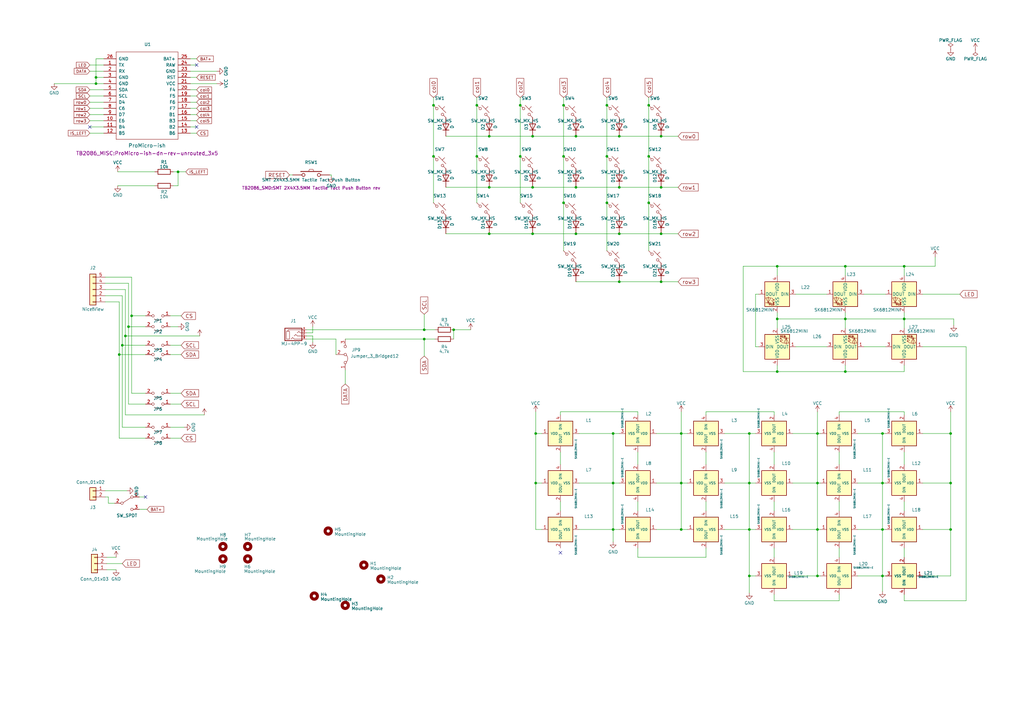
<source format=kicad_sch>
(kicad_sch (version 20230121) (generator eeschema)
  (paper "A3")
  (title_block (title "uniCorne Cherry") (date "2023-07-20") (rev "0.9") (company "Thunderbird2086"))
  (junction (at 218.44 55.88))
  (junction (at 236.22 76.835))
  (junction (at 50.165 141.605))
  (junction (at 361.95 236.22))
  (junction (at 266.065 83.185))
  (junction (at 177.8 64.135))
  (junction (at 361.95 177.8))
  (junction (at 251.46 198.12))
  (junction (at 266.065 64.135))
  (junction (at 254 115.57))
  (junction (at 318.77 152.4))
  (junction (at 195.58 43.18))
  (junction (at 248.92 83.185))
  (junction (at 389.89 217.17))
  (junction (at 389.89 198.12))
  (junction (at 370.84 130.81))
  (junction (at 200.66 76.835))
  (junction (at 318.77 109.22))
  (junction (at 389.89 177.8))
  (junction (at 219.71 177.8))
  (junction (at 251.46 217.17))
  (junction (at 236.22 95.885))
  (junction (at 251.46 177.8))
  (junction (at 335.28 198.12))
  (junction (at 335.28 217.17))
  (junction (at 48.895 145.415))
  (junction (at 318.77 130.81))
  (junction (at 271.145 76.835))
  (junction (at 173.99 135.255))
  (junction (at 307.34 177.8))
  (junction (at 213.36 64.135))
  (junction (at 195.58 64.135))
  (junction (at 218.44 76.835))
  (junction (at 177.8 43.18))
  (junction (at 200.66 95.885))
  (junction (at 200.66 55.88))
  (junction (at 361.95 217.17))
  (junction (at 307.34 198.12))
  (junction (at 186.055 135.255))
  (junction (at 370.84 109.22))
  (junction (at 307.34 236.22))
  (junction (at 231.14 64.135))
  (junction (at 236.22 55.88))
  (junction (at 51.435 137.795))
  (junction (at 346.71 152.4))
  (junction (at 52.705 133.985))
  (junction (at 173.99 139.065))
  (junction (at 254 76.835))
  (junction (at 279.4 198.12))
  (junction (at 231.14 43.18))
  (junction (at 335.28 177.8))
  (junction (at 346.71 109.22))
  (junction (at 231.14 83.185))
  (junction (at 213.36 43.18))
  (junction (at 361.95 198.12))
  (junction (at 39.37 31.75))
  (junction (at 53.975 129.54))
  (junction (at 73.025 70.485))
  (junction (at 346.71 130.81))
  (junction (at 248.92 43.18))
  (junction (at 271.145 115.57))
  (junction (at 307.34 217.17))
  (junction (at 254 55.88))
  (junction (at 335.28 236.22))
  (junction (at 254 95.885))
  (junction (at 218.44 95.885))
  (junction (at 266.065 43.18))
  (junction (at 279.4 177.8))
  (junction (at 39.37 34.29))
  (junction (at 248.92 64.135))
  (junction (at 279.4 217.17))
  (junction (at 219.71 198.12))
  (junction (at 271.145 95.885))
  (junction (at 271.145 55.88))
  (no_connect (at 36.83 52.07))
  (no_connect (at 80.645 26.67))
  (no_connect (at 59.69 203.835))
  (no_connect (at 229.87 226.695))
  (no_connect (at 80.645 52.07))
  (wire (pts (xy 248.92 83.185) (xy 248.92 102.87)))
  (wire (pts (xy 36.83 54.61) (xy 42.545 54.61)))
  (wire (pts (xy 200.66 55.88) (xy 218.44 55.88)))
  (wire (pts (xy 195.58 64.135) (xy 195.58 83.185)))
  (wire (pts (xy 269.24 198.12) (xy 279.4 198.12)))
  (wire (pts (xy 344.17 168.91) (xy 370.84 168.91)))
  (wire (pts (xy 281.94 217.17) (xy 279.4 217.17)))
  (wire (pts (xy 36.83 44.45) (xy 42.545 44.45)))
  (wire (pts (xy 141.605 151.765) (xy 141.605 157.48)))
  (wire (pts (xy 135.89 71.755) (xy 135.255 71.755)))
  (wire (pts (xy 279.4 177.8) (xy 279.4 198.12)))
  (wire (pts (xy 326.39 120.65) (xy 339.09 120.65)))
  (wire (pts (xy 51.435 137.795) (xy 51.435 170.18)))
  (wire (pts (xy 135.89 72.39) (xy 135.89 71.755)))
  (wire (pts (xy 318.77 152.4) (xy 346.71 152.4)))
  (wire (pts (xy 261.62 228.6) (xy 289.56 228.6)))
  (wire (pts (xy 279.4 168.91) (xy 279.4 177.8)))
  (wire (pts (xy 271.145 115.57) (xy 278.13 115.57)))
  (wire (pts (xy 78.105 34.29) (xy 88.9 34.29)))
  (wire (pts (xy 53.975 129.54) (xy 59.69 129.54)))
  (wire (pts (xy 59.69 141.605) (xy 50.165 141.605)))
  (wire (pts (xy 69.85 179.705) (xy 74.295 179.705)))
  (wire (pts (xy 269.24 217.17) (xy 279.4 217.17)))
  (wire (pts (xy 248.92 43.18) (xy 248.92 64.135)))
  (wire (pts (xy 51.435 118.745) (xy 43.18 118.745)))
  (wire (pts (xy 304.8 109.22) (xy 304.8 152.4)))
  (wire (pts (xy 74.295 145.415) (xy 69.85 145.415)))
  (wire (pts (xy 59.69 145.415) (xy 48.895 145.415)))
  (wire (pts (xy 177.8 64.135) (xy 177.8 83.185)))
  (wire (pts (xy 391.16 130.81) (xy 370.84 130.81)))
  (wire (pts (xy 36.83 29.21) (xy 42.545 29.21)))
  (wire (pts (xy 231.14 64.135) (xy 231.14 83.185)))
  (wire (pts (xy 261.62 168.91) (xy 261.62 170.18)))
  (wire (pts (xy 346.71 130.81) (xy 370.84 130.81)))
  (wire (pts (xy 317.5 205.74) (xy 317.5 209.55)))
  (wire (pts (xy 361.95 236.22) (xy 363.22 236.22)))
  (wire (pts (xy 361.95 198.12) (xy 361.95 217.17)))
  (wire (pts (xy 125.73 135.255) (xy 173.99 135.255)))
  (wire (pts (xy 53.975 129.54) (xy 53.975 113.665)))
  (wire (pts (xy 370.84 243.84) (xy 370.84 246.38)))
  (wire (pts (xy 251.46 198.12) (xy 254 198.12)))
  (wire (pts (xy 318.77 130.81) (xy 318.77 128.27)))
  (wire (pts (xy 297.18 177.8) (xy 307.34 177.8)))
  (wire (pts (xy 51.435 118.745) (xy 51.435 137.795)))
  (wire (pts (xy 78.105 41.91) (xy 80.645 41.91)))
  (wire (pts (xy 48.895 179.705) (xy 59.69 179.705)))
  (wire (pts (xy 78.105 29.21) (xy 88.9 29.21)))
  (wire (pts (xy 351.79 177.8) (xy 361.95 177.8)))
  (wire (pts (xy 39.37 31.75) (xy 39.37 34.29)))
  (wire (pts (xy 289.56 185.42) (xy 289.56 190.5)))
  (wire (pts (xy 307.34 236.22) (xy 307.34 243.205)))
  (wire (pts (xy 378.46 120.65) (xy 393.7 120.65)))
  (wire (pts (xy 218.44 76.835) (xy 236.22 76.835)))
  (wire (pts (xy 279.4 177.8) (xy 281.94 177.8)))
  (wire (pts (xy 177.8 40.005) (xy 177.8 43.18)))
  (wire (pts (xy 36.83 41.91) (xy 42.545 41.91)))
  (wire (pts (xy 378.46 177.8) (xy 389.89 177.8)))
  (wire (pts (xy 78.105 39.37) (xy 80.645 39.37)))
  (wire (pts (xy 48.895 145.415) (xy 48.895 179.705)))
  (wire (pts (xy 251.46 177.8) (xy 254 177.8)))
  (wire (pts (xy 318.77 152.4) (xy 318.77 149.86)))
  (wire (pts (xy 52.705 165.735) (xy 59.69 165.735)))
  (wire (pts (xy 52.705 116.205) (xy 43.18 116.205)))
  (wire (pts (xy 42.545 26.67) (xy 36.83 26.67)))
  (wire (pts (xy 336.55 217.17) (xy 335.28 217.17)))
  (wire (pts (xy 389.89 198.12) (xy 389.89 217.17)))
  (wire (pts (xy 43.18 201.295) (xy 52.07 201.295)))
  (wire (pts (xy 317.5 224.79) (xy 317.5 228.6)))
  (wire (pts (xy 279.4 198.12) (xy 281.94 198.12)))
  (wire (pts (xy 42.545 52.07) (xy 36.83 52.07)))
  (wire (pts (xy 236.22 115.57) (xy 254 115.57)))
  (wire (pts (xy 42.545 39.37) (xy 36.83 39.37)))
  (wire (pts (xy 53.975 161.29) (xy 53.975 129.54)))
  (wire (pts (xy 118.745 71.755) (xy 120.015 71.755)))
  (wire (pts (xy 278.13 55.88) (xy 271.145 55.88)))
  (wire (pts (xy 213.36 43.18) (xy 213.36 64.135)))
  (wire (pts (xy 52.705 133.985) (xy 59.69 133.985)))
  (wire (pts (xy 50.165 175.26) (xy 59.69 175.26)))
  (wire (pts (xy 318.77 109.22) (xy 318.77 113.03)))
  (wire (pts (xy 229.87 168.91) (xy 229.87 170.18)))
  (wire (pts (xy 237.49 217.17) (xy 251.46 217.17)))
  (wire (pts (xy 335.28 217.17) (xy 335.28 236.22)))
  (wire (pts (xy 309.88 120.65) (xy 311.15 120.65)))
  (wire (pts (xy 182.88 76.835) (xy 200.66 76.835)))
  (wire (pts (xy 307.34 198.12) (xy 309.88 198.12)))
  (wire (pts (xy 335.28 198.12) (xy 336.55 198.12)))
  (wire (pts (xy 354.33 142.24) (xy 363.22 142.24)))
  (wire (pts (xy 39.37 24.13) (xy 39.37 31.75)))
  (wire (pts (xy 278.13 95.885) (xy 271.145 95.885)))
  (wire (pts (xy 370.84 190.5) (xy 370.84 185.42)))
  (wire (pts (xy 391.16 130.81) (xy 391.16 133.35)))
  (wire (pts (xy 251.46 217.17) (xy 254 217.17)))
  (wire (pts (xy 278.13 76.835) (xy 271.145 76.835)))
  (wire (pts (xy 231.14 40.005) (xy 231.14 43.18)))
  (wire (pts (xy 336.55 236.22) (xy 335.28 236.22)))
  (wire (pts (xy 53.975 161.29) (xy 59.69 161.29)))
  (wire (pts (xy 307.34 177.8) (xy 309.88 177.8)))
  (wire (pts (xy 73.025 70.485) (xy 76.2 70.485)))
  (wire (pts (xy 361.95 236.22) (xy 361.95 242.57)))
  (wire (pts (xy 186.055 139.065) (xy 186.055 135.255)))
  (wire (pts (xy 213.36 40.005) (xy 213.36 43.18)))
  (wire (pts (xy 182.88 55.88) (xy 200.66 55.88)))
  (wire (pts (xy 354.33 120.65) (xy 363.22 120.65)))
  (wire (pts (xy 219.71 168.91) (xy 219.71 177.8)))
  (wire (pts (xy 304.8 152.4) (xy 318.77 152.4)))
  (wire (pts (xy 173.99 139.065) (xy 178.435 139.065)))
  (wire (pts (xy 370.84 109.22) (xy 383.54 109.22)))
  (wire (pts (xy 39.37 34.29) (xy 42.545 34.29)))
  (wire (pts (xy 78.105 36.83) (xy 80.645 36.83)))
  (wire (pts (xy 43.815 228.6) (xy 47.625 228.6)))
  (wire (pts (xy 36.83 36.83) (xy 42.545 36.83)))
  (wire (pts (xy 344.17 168.91) (xy 344.17 170.18)))
  (wire (pts (xy 182.88 95.885) (xy 200.66 95.885)))
  (wire (pts (xy 261.62 228.6) (xy 261.62 224.79)))
  (wire (pts (xy 36.83 49.53) (xy 42.545 49.53)))
  (wire (pts (xy 325.12 217.17) (xy 335.28 217.17)))
  (wire (pts (xy 141.605 139.065) (xy 173.99 139.065)))
  (wire (pts (xy 69.85 175.26) (xy 75.565 175.26)))
  (wire (pts (xy 195.58 40.005) (xy 195.58 43.18)))
  (wire (pts (xy 261.62 190.5) (xy 261.62 185.42)))
  (wire (pts (xy 370.84 130.81) (xy 370.84 134.62)))
  (wire (pts (xy 173.99 128.905) (xy 173.99 135.255)))
  (wire (pts (xy 261.62 205.74) (xy 261.62 209.55)))
  (wire (pts (xy 289.56 228.6) (xy 289.56 224.79)))
  (wire (pts (xy 346.71 130.81) (xy 346.71 134.62)))
  (wire (pts (xy 231.14 83.185) (xy 231.14 102.87)))
  (wire (pts (xy 251.46 177.8) (xy 251.46 198.12)))
  (wire (pts (xy 74.295 161.29) (xy 69.85 161.29)))
  (wire (pts (xy 125.73 139.065) (xy 137.795 139.065)))
  (wire (pts (xy 346.71 152.4) (xy 346.71 149.86)))
  (wire (pts (xy 173.99 139.065) (xy 173.99 146.05)))
  (wire (pts (xy 137.795 139.065) (xy 137.795 145.415)))
  (wire (pts (xy 351.79 236.22) (xy 361.95 236.22)))
  (wire (pts (xy 231.14 43.18) (xy 231.14 64.135)))
  (wire (pts (xy 51.435 170.18) (xy 83.82 170.18)))
  (wire (pts (xy 318.77 109.22) (xy 346.71 109.22)))
  (wire (pts (xy 304.8 109.22) (xy 318.77 109.22)))
  (wire (pts (xy 42.545 24.13) (xy 39.37 24.13)))
  (wire (pts (xy 317.5 168.91) (xy 317.5 170.18)))
  (wire (pts (xy 289.56 168.91) (xy 289.56 170.18)))
  (wire (pts (xy 361.95 198.12) (xy 363.22 198.12)))
  (wire (pts (xy 309.88 142.24) (xy 311.15 142.24)))
  (wire (pts (xy 44.45 206.375) (xy 44.45 203.835)))
  (wire (pts (xy 53.975 113.665) (xy 43.18 113.665)))
  (wire (pts (xy 318.77 130.81) (xy 346.71 130.81)))
  (wire (pts (xy 370.84 149.86) (xy 370.84 152.4)))
  (wire (pts (xy 48.26 76.2) (xy 63.5 76.2)))
  (wire (pts (xy 346.71 109.22) (xy 346.71 113.03)))
  (wire (pts (xy 44.45 206.375) (xy 46.99 206.375)))
  (wire (pts (xy 269.24 177.8) (xy 279.4 177.8)))
  (wire (pts (xy 248.92 64.135) (xy 248.92 83.185)))
  (wire (pts (xy 326.39 142.24) (xy 339.09 142.24)))
  (wire (pts (xy 200.66 95.885) (xy 218.44 95.885)))
  (wire (pts (xy 346.71 130.81) (xy 346.71 128.27)))
  (wire (pts (xy 251.46 217.17) (xy 251.46 222.25)))
  (wire (pts (xy 297.18 198.12) (xy 307.34 198.12)))
  (wire (pts (xy 297.18 217.17) (xy 307.34 217.17)))
  (wire (pts (xy 370.84 152.4) (xy 346.71 152.4)))
  (wire (pts (xy 219.71 177.8) (xy 222.25 177.8)))
  (wire (pts (xy 335.28 198.12) (xy 335.28 217.17)))
  (wire (pts (xy 173.99 135.255) (xy 178.435 135.255)))
  (wire (pts (xy 396.24 246.38) (xy 370.84 246.38)))
  (wire (pts (xy 307.34 177.8) (xy 307.34 198.12)))
  (wire (pts (xy 74.295 141.605) (xy 69.85 141.605)))
  (wire (pts (xy 378.46 217.17) (xy 389.89 217.17)))
  (wire (pts (xy 370.84 128.27) (xy 370.84 130.81)))
  (wire (pts (xy 59.69 203.835) (xy 57.15 203.835)))
  (wire (pts (xy 271.145 95.885) (xy 254 95.885)))
  (wire (pts (xy 229.87 168.91) (xy 261.62 168.91)))
  (wire (pts (xy 44.45 203.835) (xy 43.18 203.835)))
  (wire (pts (xy 50.165 141.605) (xy 50.165 175.26)))
  (wire (pts (xy 383.54 105.41) (xy 383.54 109.22)))
  (wire (pts (xy 193.04 135.255) (xy 186.055 135.255)))
  (wire (pts (xy 69.85 129.54) (xy 74.295 129.54)))
  (wire (pts (xy 200.66 76.835) (xy 218.44 76.835)))
  (wire (pts (xy 318.77 130.81) (xy 318.77 134.62)))
  (wire (pts (xy 271.145 76.835) (xy 254 76.835)))
  (wire (pts (xy 78.105 31.75) (xy 80.645 31.75)))
  (wire (pts (xy 236.22 76.835) (xy 254 76.835)))
  (wire (pts (xy 43.18 123.825) (xy 48.895 123.825)))
  (wire (pts (xy 325.12 177.8) (xy 335.28 177.8)))
  (wire (pts (xy 236.22 95.885) (xy 254 95.885)))
  (wire (pts (xy 289.56 168.91) (xy 317.5 168.91)))
  (wire (pts (xy 325.12 198.12) (xy 335.28 198.12)))
  (wire (pts (xy 236.22 55.88) (xy 254 55.88)))
  (wire (pts (xy 219.71 177.8) (xy 219.71 198.12)))
  (wire (pts (xy 78.105 46.99) (xy 80.645 46.99)))
  (wire (pts (xy 370.84 109.22) (xy 370.84 113.03)))
  (wire (pts (xy 271.145 55.88) (xy 254 55.88)))
  (wire (pts (xy 74.295 165.735) (xy 69.85 165.735)))
  (wire (pts (xy 389.89 168.91) (xy 389.89 177.8)))
  (wire (pts (xy 51.435 137.795) (xy 81.915 137.795)))
  (wire (pts (xy 69.85 133.985) (xy 73.025 133.985)))
  (wire (pts (xy 335.28 177.8) (xy 336.55 177.8)))
  (wire (pts (xy 266.065 40.005) (xy 266.065 43.18)))
  (wire (pts (xy 309.88 120.65) (xy 309.88 142.24)))
  (wire (pts (xy 370.84 205.74) (xy 370.84 209.55)))
  (wire (pts (xy 325.12 236.22) (xy 335.28 236.22)))
  (wire (pts (xy 237.49 198.12) (xy 251.46 198.12)))
  (wire (pts (xy 266.065 83.185) (xy 266.065 102.87)))
  (wire (pts (xy 222.25 217.17) (xy 219.71 217.17)))
  (wire (pts (xy 177.8 43.18) (xy 177.8 64.135)))
  (wire (pts (xy 248.92 40.005) (xy 248.92 43.18)))
  (wire (pts (xy 361.95 217.17) (xy 361.95 236.22)))
  (wire (pts (xy 317.5 246.38) (xy 344.17 246.38)))
  (wire (pts (xy 128.27 137.795) (xy 128.27 140.335)))
  (wire (pts (xy 254 115.57) (xy 271.145 115.57)))
  (wire (pts (xy 351.79 217.17) (xy 361.95 217.17)))
  (wire (pts (xy 361.95 217.17) (xy 363.22 217.17)))
  (wire (pts (xy 229.87 205.74) (xy 229.87 209.55)))
  (wire (pts (xy 219.71 198.12) (xy 219.71 217.17)))
  (wire (pts (xy 307.34 236.22) (xy 309.88 236.22)))
  (wire (pts (xy 43.18 121.285) (xy 50.165 121.285)))
  (wire (pts (xy 389.89 177.8) (xy 389.89 198.12)))
  (wire (pts (xy 361.95 177.8) (xy 361.95 198.12)))
  (wire (pts (xy 43.815 233.68) (xy 47.625 233.68)))
  (wire (pts (xy 335.28 168.91) (xy 335.28 177.8)))
  (wire (pts (xy 39.37 31.75) (xy 42.545 31.75)))
  (wire (pts (xy 344.17 224.79) (xy 344.17 228.6)))
  (wire (pts (xy 36.83 46.99) (xy 42.545 46.99)))
  (wire (pts (xy 50.165 121.285) (xy 50.165 141.605)))
  (wire (pts (xy 344.17 185.42) (xy 344.17 190.5)))
  (wire (pts (xy 195.58 43.18) (xy 195.58 64.135)))
  (wire (pts (xy 219.71 198.12) (xy 222.25 198.12)))
  (wire (pts (xy 48.26 70.485) (xy 63.5 70.485)))
  (wire (pts (xy 361.95 177.8) (xy 363.22 177.8)))
  (wire (pts (xy 307.34 217.17) (xy 307.34 236.22)))
  (wire (pts (xy 370.84 224.79) (xy 370.84 228.6)))
  (wire (pts (xy 78.105 24.13) (xy 80.645 24.13)))
  (wire (pts (xy 71.12 76.2) (xy 73.025 76.2)))
  (wire (pts (xy 344.17 246.38) (xy 344.17 243.84)))
  (wire (pts (xy 266.065 43.18) (xy 266.065 64.135)))
  (wire (pts (xy 43.815 231.14) (xy 50.165 231.14)))
  (wire (pts (xy 378.46 198.12) (xy 389.89 198.12)))
  (wire (pts (xy 52.705 165.735) (xy 52.705 133.985)))
  (wire (pts (xy 317.5 190.5) (xy 317.5 185.42)))
  (wire (pts (xy 57.15 208.915) (xy 60.325 208.915)))
  (wire (pts (xy 125.73 136.525) (xy 128.27 136.525)))
  (wire (pts (xy 307.34 217.17) (xy 309.88 217.17)))
  (wire (pts (xy 128.27 136.525) (xy 128.27 133.985)))
  (wire (pts (xy 78.105 49.53) (xy 80.645 49.53)))
  (wire (pts (xy 78.105 52.07) (xy 80.645 52.07)))
  (wire (pts (xy 307.34 198.12) (xy 307.34 217.17)))
  (wire (pts (xy 378.46 236.22) (xy 389.89 236.22)))
  (wire (pts (xy 71.12 70.485) (xy 73.025 70.485)))
  (wire (pts (xy 351.79 198.12) (xy 361.95 198.12)))
  (wire (pts (xy 251.46 198.12) (xy 251.46 217.17)))
  (wire (pts (xy 229.87 185.42) (xy 229.87 190.5)))
  (wire (pts (xy 125.73 137.795) (xy 128.27 137.795)))
  (wire (pts (xy 73.025 70.485) (xy 73.025 76.2)))
  (wire (pts (xy 218.44 55.88) (xy 236.22 55.88)))
  (wire (pts (xy 279.4 198.12) (xy 279.4 217.17)))
  (wire (pts (xy 78.105 54.61) (xy 80.645 54.61)))
  (wire (pts (xy 389.89 217.17) (xy 389.89 236.22)))
  (wire (pts (xy 237.49 177.8) (xy 251.46 177.8)))
  (wire (pts (xy 78.105 44.45) (xy 80.645 44.45)))
  (wire (pts (xy 370.84 168.91) (xy 370.84 170.18)))
  (wire (pts (xy 317.5 246.38) (xy 317.5 243.84)))
  (wire (pts (xy 266.065 64.135) (xy 266.065 83.185)))
  (wire (pts (xy 396.24 142.24) (xy 378.46 142.24)))
  (wire (pts (xy 344.17 205.74) (xy 344.17 209.55)))
  (wire (pts (xy 22.225 34.29) (xy 39.37 34.29)))
  (wire (pts (xy 48.895 123.825) (xy 48.895 145.415)))
  (wire (pts (xy 52.705 133.985) (xy 52.705 116.205)))
  (wire (pts (xy 396.24 246.38) (xy 396.24 142.24)))
  (wire (pts (xy 346.71 109.22) (xy 370.84 109.22)))
  (wire (pts (xy 218.44 95.885) (xy 236.22 95.885)))
  (wire (pts (xy 78.105 26.67) (xy 80.645 26.67)))
  (wire (pts (xy 289.56 205.74) (xy 289.56 209.55)))
  (wire (pts (xy 213.36 64.135) (xy 213.36 83.185)))
  (wire (pts (xy 335.28 177.8) (xy 335.28 198.12)))
  (global_label "col5" (shape input) (at 266.065 40.005 90) (effects (font (size 1.524 1.524))) (property "Intersheetrefs" "${INTERSHEET_REFS}" (effects hide)))
  (global_label "col0" (shape input) (at 177.8 40.005 90) (effects (font (size 1.524 1.524))) (property "Intersheetrefs" "${INTERSHEET_REFS}" (effects hide)))
  (global_label "col4" (shape input) (at 248.92 40.005 90) (effects (font (size 1.524 1.524))) (property "Intersheetrefs" "${INTERSHEET_REFS}" (effects hide)))
  (global_label "RESET" (shape input) (at 118.745 71.755 180) (effects (font (size 1.524 1.524))) (property "Intersheetrefs" "${INTERSHEET_REFS}" (effects hide)))
  (global_label "CS" (shape input) (at 80.645 54.61 0) (effects (font (size 1.1938 1.1938))) (property "Intersheetrefs" "${INTERSHEET_REFS}" (effects hide)))
  (global_label "col1" (shape input) (at 195.58 40.005 90) (effects (font (size 1.524 1.524))) (property "Intersheetrefs" "${INTERSHEET_REFS}" (effects hide)))
  (global_label "SCL" (shape input) (at 36.83 39.37 180) (effects (font (size 1.1938 1.1938))) (property "Intersheetrefs" "${INTERSHEET_REFS}" (effects hide)))
  (global_label "row1" (shape input) (at 36.83 44.45 180) (effects (font (size 1.1938 1.1938))) (property "Intersheetrefs" "${INTERSHEET_REFS}" (effects hide)))
  (global_label "row1" (shape input) (at 278.13 76.835 0) (effects (font (size 1.524 1.524))) (property "Intersheetrefs" "${INTERSHEET_REFS}" (effects hide)))
  (global_label "row2" (shape input) (at 278.13 95.885 0) (effects (font (size 1.524 1.524))) (property "Intersheetrefs" "${INTERSHEET_REFS}" (effects hide)))
  (global_label "DATA" (shape input) (at 141.605 157.48 270) (effects (font (size 1.524 1.524))) (property "Intersheetrefs" "${INTERSHEET_REFS}" (effects hide)))
  (global_label "IS_LEFT" (shape input) (at 76.2 70.485 0) (effects (font (size 1.1938 1.1938))) (property "Intersheetrefs" "${INTERSHEET_REFS}" (effects hide)))
  (global_label "SCL" (shape input) (at 74.295 165.735 0) (effects (font (size 1.524 1.524))) (property "Intersheetrefs" "${INTERSHEET_REFS}" (effects hide)))
  (global_label "LED" (shape input) (at 393.7 120.65 0) (effects (font (size 1.524 1.524))) (property "Intersheetrefs" "${INTERSHEET_REFS}" (effects hide)))
  (global_label "SCL" (shape input) (at 173.99 128.905 90) (effects (font (size 1.524 1.524))) (property "Intersheetrefs" "${INTERSHEET_REFS}" (effects hide)))
  (global_label "col2" (shape input) (at 213.36 40.005 90) (effects (font (size 1.524 1.524))) (property "Intersheetrefs" "${INTERSHEET_REFS}" (effects hide)))
  (global_label "LED" (shape input) (at 36.83 26.67 180) (effects (font (size 1.1938 1.1938))) (property "Intersheetrefs" "${INTERSHEET_REFS}" (effects hide)))
  (global_label "BAT+" (shape input) (at 80.645 24.13 0) (effects (font (size 1.1938 1.1938))) (property "Intersheetrefs" "${INTERSHEET_REFS}" (effects hide)))
  (global_label "row3" (shape input) (at 278.13 115.57 0) (effects (font (size 1.524 1.524))) (property "Intersheetrefs" "${INTERSHEET_REFS}" (effects hide)))
  (global_label "LED" (shape input) (at 50.165 231.14 0) (effects (font (size 1.524 1.524))) (property "Intersheetrefs" "${INTERSHEET_REFS}" (effects hide)))
  (global_label "col4" (shape input) (at 80.645 46.99 0) (effects (font (size 1.1938 1.1938))) (property "Intersheetrefs" "${INTERSHEET_REFS}" (effects hide)))
  (global_label "col0" (shape input) (at 80.645 36.83 0) (effects (font (size 1.1938 1.1938))) (property "Intersheetrefs" "${INTERSHEET_REFS}" (effects hide)))
  (global_label "SDA" (shape input) (at 74.295 161.29 0) (effects (font (size 1.524 1.524))) (property "Intersheetrefs" "${INTERSHEET_REFS}" (effects hide)))
  (global_label "BAT+" (shape input) (at 60.325 208.915 0) (effects (font (size 1.1938 1.1938))) (property "Intersheetrefs" "${INTERSHEET_REFS}" (effects hide)))
  (global_label "IS_LEFT" (shape input) (at 36.83 54.61 180) (effects (font (size 1.1938 1.1938))) (property "Intersheetrefs" "${INTERSHEET_REFS}" (effects hide)))
  (global_label "RESET" (shape input) (at 80.645 31.75 0) (effects (font (size 1.1938 1.1938))) (property "Intersheetrefs" "${INTERSHEET_REFS}" (effects hide)))
  (global_label "row3" (shape input) (at 36.83 49.53 180) (effects (font (size 1.1938 1.1938))) (property "Intersheetrefs" "${INTERSHEET_REFS}" (effects hide)))
  (global_label "col3" (shape input) (at 231.14 40.005 90) (effects (font (size 1.524 1.524))) (property "Intersheetrefs" "${INTERSHEET_REFS}" (effects hide)))
  (global_label "col5" (shape input) (at 80.645 49.53 0) (effects (font (size 1.1938 1.1938))) (property "Intersheetrefs" "${INTERSHEET_REFS}" (effects hide)))
  (global_label "SDA" (shape input) (at 173.99 146.05 270) (effects (font (size 1.524 1.524))) (property "Intersheetrefs" "${INTERSHEET_REFS}" (effects hide)))
  (global_label "col3" (shape input) (at 80.645 44.45 0) (effects (font (size 1.1938 1.1938))) (property "Intersheetrefs" "${INTERSHEET_REFS}" (effects hide)))
  (global_label "SCL" (shape input) (at 74.295 141.605 0) (effects (font (size 1.524 1.524))) (property "Intersheetrefs" "${INTERSHEET_REFS}" (effects hide)))
  (global_label "row0" (shape input) (at 278.13 55.88 0) (effects (font (size 1.524 1.524))) (property "Intersheetrefs" "${INTERSHEET_REFS}" (effects hide)))
  (global_label "SDA" (shape input) (at 36.83 36.83 180) (effects (font (size 1.1938 1.1938))) (property "Intersheetrefs" "${INTERSHEET_REFS}" (effects hide)))
  (global_label "col1" (shape input) (at 80.645 39.37 0) (effects (font (size 1.1938 1.1938))) (property "Intersheetrefs" "${INTERSHEET_REFS}" (effects hide)))
  (global_label "CS" (shape input) (at 74.295 179.705 0) (effects (font (size 1.524 1.524))) (property "Intersheetrefs" "${INTERSHEET_REFS}" (effects hide)))
  (global_label "SDA" (shape input) (at 74.295 145.415 0) (effects (font (size 1.524 1.524))) (property "Intersheetrefs" "${INTERSHEET_REFS}" (effects hide)))
  (global_label "DATA" (shape input) (at 36.83 29.21 180) (effects (font (size 1.1938 1.1938))) (property "Intersheetrefs" "${INTERSHEET_REFS}" (effects hide)))
  (global_label "col2" (shape input) (at 80.645 41.91 0) (effects (font (size 1.1938 1.1938))) (property "Intersheetrefs" "${INTERSHEET_REFS}" (effects hide)))
  (global_label "row2" (shape input) (at 36.83 46.99 180) (effects (font (size 1.1938 1.1938))) (property "Intersheetrefs" "${INTERSHEET_REFS}" (effects hide)))
  (global_label "CS" (shape input) (at 74.295 129.54 0) (effects (font (size 1.524 1.524))) (property "Intersheetrefs" "${INTERSHEET_REFS}" (effects hide)))
  (global_label "row0" (shape input) (at 36.83 41.91 180) (effects (font (size 1.1938 1.1938))) (property "Intersheetrefs" "${INTERSHEET_REFS}" (effects hide)))
  (symbol (lib_id "Device:D") (at 236.22 111.76 90) (unit 1)
    (property "Reference" "D19" (at 233.68 111.76 0))
    (property "Value" "D" (at 238.76 111.76 0))
    (property "Footprint" "TB2086_SMD:D3_SMD_rev" (effects hide))
    (property "Sim.Device" "D" (effects hide))
    (property "Sim.Pins" "1=K 2=A" (effects hide))
  )
  (symbol (lib_id "Jumper:Jumper_2_Open") (at 64.77 165.735 180) (unit 1)
    (property "Reference" "JP6" (at 64.77 167.767 0))
    (property "Value" " " (at 64.516 164.211 0))
    (property "Footprint" "Jumper:SolderJumper-2_P1.3mm_Open_TrianglePad1.0x1.5mm" (effects hide))
  )
  (symbol (lib_id "TB2086_KEYSWITCH:SW_MX_HS") (at 198.12 85.725 0) (unit 1)
    (property "Reference" "SW14" (at 198.12 80.3021 0))
    (property "Value" "SW_MX_HS" (at 198.12 89.535 0))
    (property "Footprint" "TB2086_KEYSWITCH:SW_MX_HS_1u_reversible" (effects hide))
  )
  (symbol (lib_id "TB2086_LED:SK6812MINI-E") (at 370.84 236.22 270) (mirror x) (unit 1)
    (property "Reference" "L21" (at 380.7922 235.0158 90))
    (property "Value" "SK6812MINI-E" (at 380.7922 236.5867 90) (effects (font (size 0.7366 0.7366))))
    (property "Footprint" "TB2086_LED:LED_SK6812MINI-E_rev" (effects hide))
    (property "Datasheet" "https://cdn-shop.adafruit.com/product-files/2686/SK6812MINI_REV.01-1-2.pdf" (effects hide))
  )
  (symbol (lib_id "Mechanical:MountingHole") (at 141.605 248.285 0) (unit 1)
    (property "Reference" "H3" (at 144.145 247.6413 0) (effects (justify left)))
    (property "Value" "MountingHole" (at 144.145 249.5623 0) (effects (justify left)))
    (property "Footprint" "TB2086_MISC:M2_Hole_TH_Outside" (effects hide))
  )
  (symbol (lib_id "Switch:SW_SPDT") (at 52.07 206.375 0) (unit 1)
    (property "Reference" "PSW1" (effects hide))
    (property "Value" "SW_SPDT" (at 52.07 211.455 0))
    (property "Footprint" "TB2086_SMD:SW_SPDT_PCM12_reversible" (effects hide))
  )
  (symbol (lib_id "Jumper:Jumper_3_Bridged12") (at 141.605 145.415 270) (mirror x) (unit 1)
    (property "Reference" "JP9" (at 146.05 143.51 90))
    (property "Value" "Jumper_3_Bridged12" (at 153.67 146.05 90))
    (property "Footprint" "TB2086_MISC:SolderJumper-3_P1.3mm_Bridged2Bar12_RoundedPad1.0x1.5mm_rev" (effects hide))
  )
  (symbol (lib_id "Device:D") (at 182.88 52.07 90) (unit 1)
    (property "Reference" "D1" (at 180.34 52.07 0))
    (property "Value" "D" (at 185.42 52.07 0))
    (property "Footprint" "TB2086_SMD:D3_SMD_rev" (effects hide))
    (property "Sim.Device" "D" (effects hide))
    (property "Sim.Pins" "1=K 2=A" (effects hide))
  )
  (symbol (lib_id "TB2086_KEYSWITCH:SW_MX_HS") (at 233.68 105.41 0) (unit 1)
    (property "Reference" "SW19" (at 233.68 99.9871 0))
    (property "Value" "SW_MX_HS" (at 233.68 109.22 0))
    (property "Footprint" "TB2086_KEYSWITCH:SW_MX_HS_1u_reversible" (effects hide))
  )
  (symbol (lib_id "Device:D") (at 200.66 92.075 90) (unit 1)
    (property "Reference" "D14" (at 198.12 92.075 0))
    (property "Value" "D" (at 203.2 92.075 0))
    (property "Footprint" "TB2086_SMD:D3_SMD_rev" (effects hide))
    (property "Sim.Device" "D" (effects hide))
    (property "Sim.Pins" "1=K 2=A" (effects hide))
  )
  (symbol (lib_id "power:VCC") (at 81.915 137.795 0) (unit 1)
    (property "Reference" "#PWR04" (effects hide))
    (property "Value" "VCC" (effects hide))
  )
  (symbol (lib_id "TB2086_KEYSWITCH:SW_MX_HS") (at 268.605 45.72 0) (unit 1)
    (property "Reference" "SW6" (at 268.605 40.2971 0))
    (property "Value" "SW_MX_HS" (at 268.605 49.53 0))
    (property "Footprint" "TB2086_KEYSWITCH:SW_MX_HS_1u_reversible" (effects hide))
  )
  (symbol (lib_id "Device:D") (at 218.44 92.075 90) (unit 1)
    (property "Reference" "D15" (at 215.9 92.075 0))
    (property "Value" "D" (at 220.98 92.075 0))
    (property "Footprint" "TB2086_SMD:D3_SMD_rev" (effects hide))
    (property "Sim.Device" "D" (effects hide))
    (property "Sim.Pins" "1=K 2=A" (effects hide))
  )
  (symbol (lib_id "power:GND") (at 75.565 175.26 90) (unit 1)
    (property "Reference" "#PWR02" (effects hide))
    (property "Value" "GND" (at 79.375 175.26 0))
  )
  (symbol (lib_id "TB2086_LED:SK6812MINI-E") (at 317.5 198.12 270) (mirror x) (unit 1)
    (property "Reference" "L10" (at 320.6497 190.0301 90) (effects (justify left)))
    (property "Value" "SK6812MINI-E" (at 311.15 191.77 0) (effects (font (size 0.7366 0.7366))))
    (property "Footprint" "TB2086_LED:LED_SK6812MINI-E_rev" (effects hide))
    (property "Datasheet" "https://cdn-shop.adafruit.com/product-files/2686/SK6812MINI_REV.01-1-2.pdf" (effects hide))
  )
  (symbol (lib_id "power:VCC") (at 389.89 168.91 0) (unit 1)
    (property "Reference" "#PWR0104" (effects hide))
    (property "Value" "VCC" (at 389.89 165.4081 0))
  )
  (symbol (lib_id "power:VCC") (at 47.625 228.6 0) (unit 1)
    (property "Reference" "#PWR0116" (effects hide))
    (property "Value" "VCC" (at 47.625 224.79 0))
  )
  (symbol (lib_id "Jumper:Jumper_2_Open") (at 64.77 145.415 180) (unit 1)
    (property "Reference" "JP4" (at 64.77 147.447 0))
    (property "Value" " " (at 64.516 143.891 0))
    (property "Footprint" "Jumper:SolderJumper-2_P1.3mm_Open_TrianglePad1.0x1.5mm" (effects hide))
  )
  (symbol (lib_id "TB2086_KEYSWITCH:SW_MX_HS") (at 233.68 45.72 0) (unit 1)
    (property "Reference" "SW4" (at 233.68 40.2971 0))
    (property "Value" "SW_MX_HS" (at 233.68 49.53 0))
    (property "Footprint" "TB2086_KEYSWITCH:SW_MX_HS_1u_reversible" (effects hide))
  )
  (symbol (lib_id "Jumper:Jumper_2_Open") (at 64.77 133.985 180) (unit 1)
    (property "Reference" "JP2" (at 64.77 136.017 0))
    (property "Value" " " (at 64.516 132.461 0))
    (property "Footprint" "Jumper:SolderJumper-2_P1.3mm_Open_TrianglePad1.0x1.5mm" (effects hide))
  )
  (symbol (lib_id "TB2086_LED:SK6812MINI") (at 370.84 142.24 0) (mirror x) (unit 1)
    (property "Reference" "L27" (at 372.7959 134.1501 0) (effects (justify left)))
    (property "Value" "SK6812MINI" (at 372.11 136.525 0) (effects (justify left top)))
    (property "Footprint" "TB2086_LED:LED_SK6812MINI_PLCC4_3.5x3.5mm_P1.75mm_rev_all" (effects hide))
    (property "Datasheet" "https://cdn-shop.adafruit.com/product-files/2686/SK6812MINI_REV.01-1-2.pdf" (effects hide))
  )
  (symbol (lib_id "Device:D") (at 271.145 73.025 90) (unit 1)
    (property "Reference" "D12" (at 268.605 73.025 0))
    (property "Value" "D" (at 273.685 73.025 0))
    (property "Footprint" "TB2086_SMD:D3_SMD_rev" (effects hide))
    (property "Sim.Device" "D" (effects hide))
    (property "Sim.Pins" "1=K 2=A" (effects hide))
  )
  (symbol (lib_id "TB2086_SMD:SMT 2X4X3.5MM Tactile Tact Push Button") (at 127.635 71.755 0) (mirror y) (unit 1)
    (property "Reference" "RSW1" (at 127.635 66.5861 0))
    (property "Value" "SMT 2X4X3.5MM Tactile Tact Push Button" (at 127.635 73.787 0))
    (property "Footprint" "TB2086_SMD:SMT 2X4X3.5MM Tactile Tact Push Button rev" (at 127.6096 77.089 0))
  )
  (symbol (lib_id "TB2086_LED:SK6812MINI-E") (at 344.17 217.17 90) (mirror x) (unit 1)
    (property "Reference" "L17" (at 355.738 211.7723 90))
    (property "Value" "SK6812MINI-E" (at 350.52 223.52 0) (effects (font (size 0.7366 0.7366))))
    (property "Footprint" "TB2086_LED:LED_SK6812MINI-E_rev" (effects hide))
    (property "Datasheet" "https://cdn-shop.adafruit.com/product-files/2686/SK6812MINI_REV.01-1-2.pdf" (effects hide))
  )
  (symbol (lib_id "power:PWR_FLAG") (at 400.05 20.32 180) (unit 1)
    (property "Reference" "#FLG0101" (effects hide))
    (property "Value" "PWR_FLAG" (at 400.05 24.13 0))
  )
  (symbol (lib_id "power:GND") (at 52.07 201.295 90) (unit 1)
    (property "Reference" "#PWR0118" (effects hide))
    (property "Value" "GND" (at 56.007 201.422 0))
  )
  (symbol (lib_id "TB2086_MISC:ProMicro-ish") (at 60.325 45.72 0) (unit 1)
    (property "Reference" "U1" (at 60.5282 18.1958 0))
    (property "Value" "ProMicro-ish" (at 60.325 59.69 0) (effects (font (size 1.524 1.524))))
    (property "Footprint" "TB2086_MISC:ProMicro-ish-dn-rev-unrouted_3x5" (at 60.325 62.865 0) (effects (font (size 1.524 1.524))))
  )
  (symbol (lib_id "TB2086_KEYSWITCH:SW_MX_HS") (at 251.46 85.725 0) (unit 1)
    (property "Reference" "SW17" (at 251.46 80.3021 0))
    (property "Value" "SW_MX_HS" (at 251.46 89.535 0))
    (property "Footprint" "TB2086_KEYSWITCH:SW_MX_HS_1u_reversible" (effects hide))
  )
  (symbol (lib_id "Device:R") (at 67.31 76.2 90) (unit 1)
    (property "Reference" "R2" (at 67.31 78.724 90))
    (property "Value" "10k" (at 67.31 80.645 90))
    (property "Footprint" "Resistor_SMD:R_0805_2012Metric_Pad1.20x1.40mm_HandSolder" (effects hide))
  )
  (symbol (lib_id "power:GND") (at 251.46 222.25 0) (unit 1)
    (property "Reference" "#PWR0101" (effects hide))
    (property "Value" "GND" (at 251.46 226.3855 0))
  )
  (symbol (lib_id "TB2086_LED:SK6812MINI") (at 318.77 120.65 0) (mirror y) (unit 1)
    (property "Reference" "L22" (at 330.338 117.8179 0))
    (property "Value" "SK6812MINI" (at 317.5 126.365 0) (effects (justify left top)))
    (property "Footprint" "TB2086_LED:LED_SK6812MINI_PLCC4_3.5x3.5mm_P1.75mm_rev_all" (effects hide))
    (property "Datasheet" "https://cdn-shop.adafruit.com/product-files/2686/SK6812MINI_REV.01-1-2.pdf" (effects hide))
  )
  (symbol (lib_id "TB2086_LED:SK6812MINI") (at 346.71 120.65 0) (mirror y) (unit 1)
    (property "Reference" "L23" (at 347.2941 112.5601 0) (effects (justify right)))
    (property "Value" "SK6812MINI" (at 345.44 126.365 0) (effects (justify left top)))
    (property "Footprint" "TB2086_LED:LED_SK6812MINI_PLCC4_3.5x3.5mm_P1.75mm_rev_all" (effects hide))
    (property "Datasheet" "https://cdn-shop.adafruit.com/product-files/2686/SK6812MINI_REV.01-1-2.pdf" (effects hide))
  )
  (symbol (lib_id "Mechanical:MountingHole") (at 91.44 229.235 0) (unit 1)
    (property "Reference" "H9" (at 92.71 232.394 0) (effects (justify right)))
    (property "Value" "MountingHole" (at 92.71 234.315 0) (effects (justify right)))
    (property "Footprint" "TB2086_MISC:M2_Hole_TH_Outside" (effects hide))
  )
  (symbol (lib_id "Device:R") (at 67.31 70.485 90) (unit 1)
    (property "Reference" "R1" (at 67.31 66.4591 90))
    (property "Value" "10k" (at 67.31 68.3801 90))
    (property "Footprint" "Resistor_SMD:R_0805_2012Metric_Pad1.20x1.40mm_HandSolder" (effects hide))
  )
  (symbol (lib_id "TB2086_LED:SK6812MINI-E") (at 344.17 177.8 90) (mirror x) (unit 1)
    (property "Reference" "L5" (at 355.738 172.4023 90))
    (property "Value" "SK6812MINI-E" (at 350.52 184.15 0) (effects (font (size 0.7366 0.7366))))
    (property "Footprint" "TB2086_LED:LED_SK6812MINI-E_rev" (effects hide))
    (property "Datasheet" "https://cdn-shop.adafruit.com/product-files/2686/SK6812MINI_REV.01-1-2.pdf" (effects hide))
  )
  (symbol (lib_id "power:VCC") (at 83.82 170.18 0) (unit 1)
    (property "Reference" "#PWR03" (effects hide))
    (property "Value" "VCC" (effects hide))
  )
  (symbol (lib_id "power:PWR_FLAG") (at 389.89 20.32 0) (unit 1)
    (property "Reference" "#FLG0102" (effects hide))
    (property "Value" "PWR_FLAG" (at 389.89 16.51 0))
  )
  (symbol (lib_id "Mechanical:MountingHole") (at 128.905 244.475 0) (unit 1)
    (property "Reference" "H4" (at 131.445 243.8313 0) (effects (justify left)))
    (property "Value" "MountingHole" (at 131.445 245.7523 0) (effects (justify left)))
    (property "Footprint" "TB2086_MISC:M2_Hole_TH_Outside" (effects hide))
  )
  (symbol (lib_id "TB2086_LED:SK6812MINI-E") (at 261.62 217.17 270) (mirror x) (unit 1)
    (property "Reference" "L14" (at 264.7697 209.0801 90) (effects (justify left)))
    (property "Value" "SK6812MINI-E" (at 255.27 210.82 0) (effects (font (size 0.7366 0.7366))))
    (property "Footprint" "TB2086_LED:LED_SK6812MINI-E_rev" (effects hide))
    (property "Datasheet" "https://cdn-shop.adafruit.com/product-files/2686/SK6812MINI_REV.01-1-2.pdf" (effects hide))
  )
  (symbol (lib_id "power:GND") (at 48.26 76.2 0) (unit 1)
    (property "Reference" "#PWR06" (effects hide))
    (property "Value" "GND" (at 48.26 80.01 0))
  )
  (symbol (lib_id "Device:D") (at 200.66 52.07 90) (unit 1)
    (property "Reference" "D2" (at 198.12 52.07 0))
    (property "Value" "D" (at 203.2 52.07 0))
    (property "Footprint" "TB2086_SMD:D3_SMD_rev" (effects hide))
    (property "Sim.Device" "D" (effects hide))
    (property "Sim.Pins" "1=K 2=A" (effects hide))
  )
  (symbol (lib_id "TB2086_KEYSWITCH:SW_MX_HS") (at 251.46 105.41 0) (unit 1)
    (property "Reference" "SW20" (at 251.46 99.9871 0))
    (property "Value" "SW_MX_HS" (at 251.46 109.22 0))
    (property "Footprint" "TB2086_KEYSWITCH:SW_MX_HS_1u_reversible" (effects hide))
  )
  (symbol (lib_id "Device:R") (at 182.245 135.255 90) (unit 1)
    (property "Reference" "R3" (at 182.245 131.2291 90))
    (property "Value" "4.7k" (at 182.245 133.1501 90))
    (property "Footprint" "TB2086_SMD:R_0805_2012Metric_Pad1.20x1.40mm_HandSolder_rev" (effects hide))
  )
  (symbol (lib_id "TB2086_LED:SK6812MINI") (at 346.71 142.24 0) (mirror x) (unit 1)
    (property "Reference" "L26" (at 335.142 138.0361 0))
    (property "Value" "SK6812MINI" (at 347.98 136.525 0) (effects (justify left top)))
    (property "Footprint" "TB2086_LED:LED_SK6812MINI_PLCC4_3.5x3.5mm_P1.75mm_rev_all" (effects hide))
    (property "Datasheet" "https://cdn-shop.adafruit.com/product-files/2686/SK6812MINI_REV.01-1-2.pdf" (effects hide))
  )
  (symbol (lib_id "Jumper:Jumper_2_Open") (at 64.77 175.26 180) (unit 1)
    (property "Reference" "JP7" (at 64.77 177.292 0))
    (property "Value" " " (at 64.516 173.736 0))
    (property "Footprint" "Jumper:SolderJumper-2_P1.3mm_Open_TrianglePad1.0x1.5mm" (effects hide))
  )
  (symbol (lib_id "TB2086_KEYSWITCH:SW_MX_HS") (at 198.12 66.675 0) (unit 1)
    (property "Reference" "SW8" (at 198.12 61.2521 0))
    (property "Value" "SW_MX_HS" (at 198.12 70.485 0))
    (property "Footprint" "TB2086_KEYSWITCH:SW_MX_HS_1u_reversible" (effects hide))
  )
  (symbol (lib_id "Device:D") (at 271.145 52.07 90) (unit 1)
    (property "Reference" "D6" (at 268.605 52.07 0))
    (property "Value" "D" (at 273.685 52.07 0))
    (property "Footprint" "TB2086_SMD:D3_SMD_rev" (effects hide))
    (property "Sim.Device" "D" (effects hide))
    (property "Sim.Pins" "1=K 2=A" (effects hide))
  )
  (symbol (lib_id "Device:D") (at 182.88 92.075 90) (unit 1)
    (property "Reference" "D13" (at 180.34 92.075 0))
    (property "Value" "D" (at 185.42 92.075 0))
    (property "Footprint" "TB2086_SMD:D3_SMD_rev" (effects hide))
    (property "Sim.Device" "D" (effects hide))
    (property "Sim.Pins" "1=K 2=A" (effects hide))
  )
  (symbol (lib_id "power:GND") (at 22.225 34.29 0) (unit 1)
    (property "Reference" "#PWR0121" (effects hide))
    (property "Value" "GND" (at 22.225 38.1 0))
  )
  (symbol (lib_id "power:GND") (at 47.625 233.68 0) (unit 1)
    (property "Reference" "#PWR0115" (effects hide))
    (property "Value" "GND" (at 47.625 237.49 0))
  )
  (symbol (lib_id "power:VCC") (at 88.9 34.29 270) (unit 1)
    (property "Reference" "#PWR0111" (effects hide))
    (property "Value" "VCC" (at 92.71 34.29 0))
  )
  (symbol (lib_id "TB2086_LED:SK6812MINI-E") (at 317.5 236.22 270) (mirror x) (unit 1)
    (property "Reference" "L19" (at 327.4522 235.0158 90))
    (property "Value" "SK6812MINI-E" (at 327.4522 236.5867 90) (effects (font (size 0.7366 0.7366))))
    (property "Footprint" "TB2086_LED:LED_SK6812MINI-E_rev" (effects hide))
    (property "Datasheet" "https://cdn-shop.adafruit.com/product-files/2686/SK6812MINI_REV.01-1-2.pdf" (effects hide))
  )
  (symbol (lib_id "power:GND") (at 128.27 140.335 0) (unit 1)
    (property "Reference" "#PWR08" (effects hide))
    (property "Value" "GND" (at 128.27 144.145 0))
  )
  (symbol (lib_id "Device:D") (at 200.66 73.025 90) (unit 1)
    (property "Reference" "D8" (at 198.12 73.025 0))
    (property "Value" "D" (at 203.2 73.025 0))
    (property "Footprint" "TB2086_SMD:D3_SMD_rev" (effects hide))
    (property "Sim.Device" "D" (effects hide))
    (property "Sim.Pins" "1=K 2=A" (effects hide))
  )
  (symbol (lib_id "TB2086_KEYSWITCH:SW_MX_HS") (at 180.34 45.72 0) (unit 1)
    (property "Reference" "SW1" (at 180.34 40.2971 0))
    (property "Value" "SW_MX_HS" (at 180.34 49.53 0))
    (property "Footprint" "TB2086_KEYSWITCH:SW_MX_HS_1u_reversible" (effects hide))
  )
  (symbol (lib_id "power:GND") (at 135.89 72.39 0) (unit 1)
    (property "Reference" "#PWR0122" (effects hide))
    (property "Value" "GND" (at 135.89 76.2 0))
  )
  (symbol (lib_id "power:VCC") (at 335.28 168.91 0) (unit 1)
    (property "Reference" "#PWR0110" (effects hide))
    (property "Value" "VCC" (at 335.28 165.4081 0))
  )
  (symbol (lib_id "Device:D") (at 271.145 111.76 90) (unit 1)
    (property "Reference" "D21" (at 268.605 111.76 0))
    (property "Value" "D" (at 273.685 111.76 0))
    (property "Footprint" "TB2086_SMD:D3_SMD_rev" (effects hide))
    (property "Sim.Device" "D" (effects hide))
    (property "Sim.Pins" "1=K 2=A" (effects hide))
  )
  (symbol (lib_id "power:GND") (at 391.16 133.35 0) (unit 1)
    (property "Reference" "#PWR0106" (effects hide))
    (property "Value" "GND" (at 391.16 137.4855 0))
  )
  (symbol (lib_id "TB2086_LED:SK6812MINI-E") (at 229.87 217.17 90) (mirror x) (unit 1)
    (property "Reference" "L13" (at 241.438 211.7723 90))
    (property "Value" "SK6812MINI-E" (at 236.22 223.52 0) (effects (font (size 0.7366 0.7366))))
    (property "Footprint" "TB2086_LED:LED_SK6812MINI-E_rev" (effects hide))
    (property "Datasheet" "https://cdn-shop.adafruit.com/product-files/2686/SK6812MINI_REV.01-1-2.pdf" (effects hide))
  )
  (symbol (lib_id "Connector_Generic:Conn_01x02") (at 38.1 201.295 0) (mirror y) (unit 1)
    (property "Reference" "J3" (at 38.1 208.1149 0))
    (property "Value" "Conn_01x02" (at 37.1094 197.7644 0))
    (property "Footprint" "TB2086_SMD:Molex_Pico-EZmate_78171-0002_1x02-1MP_P1.20mm_Vertical_rev" (effects hide))
  )
  (symbol (lib_id "power:GND") (at 361.95 242.57 0) (unit 1)
    (property "Reference" "#PWR0103" (effects hide))
    (property "Value" "GND" (at 361.95 246.7055 0))
  )
  (symbol (lib_id "Mechanical:MountingHole") (at 149.225 231.775 0) (unit 1)
    (property "Reference" "H1" (at 151.765 231.1313 0) (effects (justify left)))
    (property "Value" "MountingHole" (at 151.765 233.0523 0) (effects (justify left)))
    (property "Footprint" "TB2086_MISC:M2_Hole_TH" (effects hide))
  )
  (symbol (lib_id "power:VCC") (at 193.04 135.255 0) (unit 1)
    (property "Reference" "#PWR09" (effects hide))
    (property "Value" "VCC" (at 193.04 131.445 0))
  )
  (symbol (lib_id "TB2086_LED:SK6812MINI-E") (at 317.5 177.8 270) (mirror x) (unit 1)
    (property "Reference" "L4" (at 320.6497 169.7101 90) (effects (justify left)))
    (property "Value" "SK6812MINI-E" (at 311.15 171.45 0) (effects (font (size 0.7366 0.7366))))
    (property "Footprint" "TB2086_LED:LED_SK6812MINI-E_rev" (effects hide))
    (property "Datasheet" "https://cdn-shop.adafruit.com/product-files/2686/SK6812MINI_REV.01-1-2.pdf" (effects hide))
  )
  (symbol (lib_id "Mechanical:MountingHole") (at 101.6 229.235 0) (unit 1)
    (property "Reference" "H6" (at 102.87 232.41 0) (effects (justify right)))
    (property "Value" "MountingHole" (at 113.03 234.315 0) (effects (justify right)))
    (property "Footprint" "TB2086_MISC:M2_Hole_TH_Outside" (effects hide))
  )
  (symbol (lib_id "Device:D") (at 254 111.76 90) (unit 1)
    (property "Reference" "D20" (at 251.46 111.76 0))
    (property "Value" "D" (at 256.54 111.76 0))
    (property "Footprint" "TB2086_SMD:D3_SMD_rev" (effects hide))
    (property "Sim.Device" "D" (effects hide))
    (property "Sim.Pins" "1=K 2=A" (effects hide))
  )
  (symbol (lib_id "TB2086_KEYSWITCH:SW_MX_HS") (at 215.9 45.72 0) (unit 1)
    (property "Reference" "SW3" (at 215.9 40.2971 0))
    (property "Value" "SW_MX_HS" (at 215.9 49.53 0))
    (property "Footprint" "TB2086_KEYSWITCH:SW_MX_HS_1u_reversible" (effects hide))
  )
  (symbol (lib_id "TB2086_LED:SK6812MINI") (at 318.77 142.24 0) (mirror x) (unit 1)
    (property "Reference" "L25" (at 320.7259 134.1501 0) (effects (justify left)))
    (property "Value" "SK6812MINI" (at 320.04 136.525 0) (effects (justify left top)))
    (property "Footprint" "TB2086_LED:LED_SK6812MINI_PLCC4_3.5x3.5mm_P1.75mm_rev_all" (effects hide))
    (property "Datasheet" "https://cdn-shop.adafruit.com/product-files/2686/SK6812MINI_REV.01-1-2.pdf" (effects hide))
  )
  (symbol (lib_id "power:GND") (at 73.025 133.985 90) (unit 1)
    (property "Reference" "#PWR01" (effects hide))
    (property "Value" "GND" (at 76.835 133.985 0))
  )
  (symbol (lib_id "TB2086_LED:SK6812MINI-E") (at 317.5 217.17 270) (mirror x) (unit 1)
    (property "Reference" "L16" (at 320.6497 209.0801 90) (effects (justify left)))
    (property "Value" "SK6812MINI-E" (at 311.15 210.82 0) (effects (font (size 0.7366 0.7366))))
    (property "Footprint" "TB2086_LED:LED_SK6812MINI-E_rev" (effects hide))
    (property "Datasheet" "https://cdn-shop.adafruit.com/product-files/2686/SK6812MINI_REV.01-1-2.pdf" (effects hide))
  )
  (symbol (lib_id "TB2086_LED:SK6812MINI-E") (at 370.84 177.8 270) (mirror x) (unit 1)
    (property "Reference" "L6" (at 373.9897 169.7101 90) (effects (justify left)))
    (property "Value" "SK6812MINI-E" (at 364.49 171.45 0) (effects (font (size 0.7366 0.7366))))
    (property "Footprint" "TB2086_LED:LED_SK6812MINI-E_rev" (effects hide))
    (property "Datasheet" "https://cdn-shop.adafruit.com/product-files/2686/SK6812MINI_REV.01-1-2.pdf" (effects hide))
  )
  (symbol (lib_id "TB2086_LED:SK6812MINI-E") (at 229.87 198.12 90) (mirror x) (unit 1)
    (property "Reference" "L7" (at 241.438 192.7223 90))
    (property "Value" "SK6812MINI-E" (at 236.22 204.47 0) (effects (font (size 0.7366 0.7366))))
    (property "Footprint" "TB2086_LED:LED_SK6812MINI-E_rev" (effects hide))
    (property "Datasheet" "https://cdn-shop.adafruit.com/product-files/2686/SK6812MINI_REV.01-1-2.pdf" (effects hide))
  )
  (symbol (lib_id "TB2086_KEYSWITCH:SW_MX_HS") (at 268.605 85.725 0) (unit 1)
    (property "Reference" "SW18" (at 268.605 80.3021 0))
    (property "Value" "SW_MX_HS" (at 268.605 89.535 0))
    (property "Footprint" "TB2086_KEYSWITCH:SW_MX_HS_1u_reversible" (effects hide))
  )
  (symbol (lib_id "TB2086_LED:SK6812MINI-E") (at 289.56 177.8 90) (mirror x) (unit 1)
    (property "Reference" "L3" (at 301.128 172.4023 90))
    (property "Value" "SK6812MINI-E" (at 295.91 184.15 0) (effects (font (size 0.7366 0.7366))))
    (property "Footprint" "TB2086_LED:LED_SK6812MINI-E_rev" (effects hide))
    (property "Datasheet" "https://cdn-shop.adafruit.com/product-files/2686/SK6812MINI_REV.01-1-2.pdf" (effects hide))
  )
  (symbol (lib_id "Device:D") (at 236.22 73.025 90) (unit 1)
    (property "Reference" "D10" (at 233.68 73.025 0))
    (property "Value" "D" (at 238.76 73.025 0))
    (property "Footprint" "TB2086_SMD:D3_SMD_rev" (effects hide))
    (property "Sim.Device" "D" (effects hide))
    (property "Sim.Pins" "1=K 2=A" (effects hide))
  )
  (symbol (lib_id "power:VCC") (at 383.54 105.41 0) (unit 1)
    (property "Reference" "#PWR0105" (effects hide))
    (property "Value" "VCC" (at 383.54 101.9081 0))
  )
  (symbol (lib_id "TB2086_LED:SK6812MINI") (at 370.84 120.65 0) (mirror y) (unit 1)
    (property "Reference" "L24" (at 371.4241 112.5601 0) (effects (justify right)))
    (property "Value" "SK6812MINI" (at 369.57 126.365 0) (effects (justify left top)))
    (property "Footprint" "TB2086_LED:LED_SK6812MINI_PLCC4_3.5x3.5mm_P1.75mm_rev_all" (effects hide))
    (property "Datasheet" "https://cdn-shop.adafruit.com/product-files/2686/SK6812MINI_REV.01-1-2.pdf" (effects hide))
  )
  (symbol (lib_id "Device:D") (at 254 73.025 90) (unit 1)
    (property "Reference" "D11" (at 251.46 73.025 0))
    (property "Value" "D" (at 256.54 73.025 0))
    (property "Footprint" "TB2086_SMD:D3_SMD_rev" (effects hide))
    (property "Sim.Device" "D" (effects hide))
    (property "Sim.Pins" "1=K 2=A" (effects hide))
  )
  (symbol (lib_id "power:VCC") (at 400.05 20.32 0) (unit 1)
    (property "Reference" "#PWR0108" (effects hide))
    (property "Value" "VCC" (at 400.05 16.51 0))
  )
  (symbol (lib_id "TB2086_LED:SK6812MINI-E") (at 229.87 177.8 90) (mirror x) (unit 1)
    (property "Reference" "L1" (at 241.438 172.4023 90))
    (property "Value" "SK6812MINI-E" (at 236.22 184.15 0) (effects (font (size 0.7366 0.7366))))
    (property "Footprint" "TB2086_LED:LED_SK6812MINI-E_rev" (effects hide))
    (property "Datasheet" "https://cdn-shop.adafruit.com/product-files/2686/SK6812MINI_REV.01-1-2.pdf" (effects hide))
  )
  (symbol (lib_id "Device:D") (at 271.145 92.075 90) (unit 1)
    (property "Reference" "D18" (at 268.605 92.075 0))
    (property "Value" "D" (at 273.685 92.075 0))
    (property "Footprint" "TB2086_SMD:D3_SMD_rev" (effects hide))
    (property "Sim.Device" "D" (effects hide))
    (property "Sim.Pins" "1=K 2=A" (effects hide))
  )
  (symbol (lib_id "TB2086_LED:SK6812MINI-E") (at 344.17 198.12 90) (mirror x) (unit 1)
    (property "Reference" "L11" (at 355.738 192.7223 90))
    (property "Value" "SK6812MINI-E" (at 350.52 204.47 0) (effects (font (size 0.7366 0.7366))))
    (property "Footprint" "TB2086_LED:LED_SK6812MINI-E_rev" (effects hide))
    (property "Datasheet" "https://cdn-shop.adafruit.com/product-files/2686/SK6812MINI_REV.01-1-2.pdf" (effects hide))
  )
  (symbol (lib_id "Device:R") (at 182.245 139.065 270) (unit 1)
    (property "Reference" "R4" (at 182.245 142.24 90))
    (property "Value" "4.7k" (at 182.245 144.161 90))
    (property "Footprint" "TB2086_SMD:R_0805_2012Metric_Pad1.20x1.40mm_HandSolder_rev" (effects hide))
  )
  (symbol (lib_id "Jumper:Jumper_2_Open") (at 64.77 161.29 180) (unit 1)
    (property "Reference" "JP5" (at 64.77 163.322 0))
    (property "Value" " " (at 64.516 159.766 0))
    (property "Footprint" "Jumper:SolderJumper-2_P1.3mm_Open_TrianglePad1.0x1.5mm" (effects hide))
  )
  (symbol (lib_id "TB2086_LED:SK6812MINI-E") (at 370.84 217.17 270) (mirror x) (unit 1)
    (property "Reference" "L18" (at 373.9897 209.0801 90) (effects (justify left)))
    (property "Value" "SK6812MINI-E" (at 364.49 210.82 0) (effects (font (size 0.7366 0.7366))))
    (property "Footprint" "TB2086_LED:LED_SK6812MINI-E_rev" (effects hide))
    (property "Datasheet" "https://cdn-shop.adafruit.com/product-files/2686/SK6812MINI_REV.01-1-2.pdf" (effects hide))
  )
  (symbol (lib_id "power:VCC") (at 48.26 70.485 0) (unit 1)
    (property "Reference" "#PWR05" (effects hide))
    (property "Value" "VCC" (at 48.26 66.675 0))
  )
  (symbol (lib_id "Jumper:Jumper_2_Open") (at 64.77 129.54 180) (unit 1)
    (property "Reference" "JP1" (at 64.77 131.572 0))
    (property "Value" " " (at 64.516 128.016 0))
    (property "Footprint" "Jumper:SolderJumper-2_P1.3mm_Open_TrianglePad1.0x1.5mm" (effects hide))
  )
  (symbol (lib_id "TB2086_KEYSWITCH:SW_MX_HS") (at 233.68 66.675 0) (unit 1)
    (property "Reference" "SW10" (at 233.68 61.2521 0))
    (property "Value" "SW_MX_HS" (at 233.68 70.485 0))
    (property "Footprint" "TB2086_KEYSWITCH:SW_MX_HS_1u_reversible" (effects hide))
  )
  (symbol (lib_id "power:VCC") (at 128.27 133.985 0) (unit 1)
    (property "Reference" "#PWR07" (effects hide))
    (property "Value" "VCC" (at 128.27 130.175 0))
  )
  (symbol (lib_id "Mechanical:MountingHole") (at 91.44 224.155 0) (unit 1)
    (property "Reference" "H8" (at 91.44 219.3671 0))
    (property "Value" "MountingHole" (at 86.995 220.98 0))
    (property "Footprint" "TB2086_MISC:M2_Hole_TH_Outside" (effects hide))
  )
  (symbol (lib_id "power:VCC") (at 219.71 168.91 0) (unit 1)
    (property "Reference" "#PWR010" (effects hide))
    (property "Value" "VCC" (at 219.71 165.4081 0))
  )
  (symbol (lib_id "Mechanical:MountingHole") (at 134.62 217.805 0) (unit 1)
    (property "Reference" "H5" (at 137.16 217.1613 0) (effects (justify left)))
    (property "Value" "MountingHole" (at 137.16 219.0823 0) (effects (justify left)))
    (property "Footprint" "TB2086_MISC:M2_Hole_TH_Outside" (effects hide))
  )
  (symbol (lib_id "Device:D") (at 218.44 52.07 90) (unit 1)
    (property "Reference" "D3" (at 215.9 52.07 0))
    (property "Value" "D" (at 220.98 52.07 0))
    (property "Footprint" "TB2086_SMD:D3_SMD_rev" (effects hide))
    (property "Sim.Device" "D" (effects hide))
    (property "Sim.Pins" "1=K 2=A" (effects hide))
  )
  (symbol (lib_id "TB2086_KEYSWITCH:SW_MX_HS") (at 268.605 105.41 0) (unit 1)
    (property "Reference" "SW21" (at 268.605 99.9871 0))
    (property "Value" "SW_MX_HS" (at 268.605 109.22 0))
    (property "Footprint" "TB2086_KEYSWITCH:SW_MX_HS_1u_reversible" (effects hide))
  )
  (symbol (lib_id "Connector_Generic:Conn_01x03") (at 38.735 231.14 180) (unit 1)
    (property "Reference" "J4" (at 38.735 225.425 0))
    (property "Value" "Conn_01x03" (at 38.735 237.49 0))
    (property "Footprint" "TB2086_MISC:StripLED_rev" (effects hide))
  )
  (symbol (lib_id "TB2086_LED:SK6812MINI-E") (at 261.62 198.12 270) (mirror x) (unit 1)
    (property "Reference" "L8" (at 264.7697 190.0301 90) (effects (justify left)))
    (property "Value" "SK6812MINI-E" (at 255.27 191.77 0) (effects (font (size 0.7366 0.7366))))
    (property "Footprint" "TB2086_LED:LED_SK6812MINI-E_rev" (effects hide))
    (property "Datasheet" "https://cdn-shop.adafruit.com/product-files/2686/SK6812MINI_REV.01-1-2.pdf" (effects hide))
  )
  (symbol (lib_id "Device:D") (at 182.88 73.025 90) (unit 1)
    (property "Reference" "D7" (at 180.34 73.025 0))
    (property "Value" "D" (at 185.42 73.025 0))
    (property "Footprint" "TB2086_SMD:D3_SMD_rev" (effects hide))
    (property "Sim.Device" "D" (effects hide))
    (property "Sim.Pins" "1=K 2=A" (effects hide))
  )
  (symbol (lib_id "TB2086_LED:SK6812MINI-E") (at 261.62 177.8 270) (mirror x) (unit 1)
    (property "Reference" "L2" (at 264.7697 169.7101 90) (effects (justify left)))
    (property "Value" "SK6812MINI-E" (at 255.27 171.45 0) (effects (font (size 0.7366 0.7366))))
    (property "Footprint" "TB2086_LED:LED_SK6812MINI-E_rev" (effects hide))
    (property "Datasheet" "https://cdn-shop.adafruit.com/product-files/2686/SK6812MINI_REV.01-1-2.pdf" (effects hide))
  )
  (symbol (lib_id "TB2086_LED:SK6812MINI-E") (at 289.56 217.17 90) (mirror x) (unit 1)
    (property "Reference" "L15" (at 301.128 211.7723 90))
    (property "Value" "SK6812MINI-E" (at 295.91 223.52 0) (effects (font (size 0.7366 0.7366))))
    (property "Footprint" "TB2086_LED:LED_SK6812MINI-E_rev" (effects hide))
    (property "Datasheet" "https://cdn-shop.adafruit.com/product-files/2686/SK6812MINI_REV.01-1-2.pdf" (effects hide))
  )
  (symbol (lib_id "TB2086_LED:SK6812MINI-E") (at 289.56 198.12 90) (mirror x) (unit 1)
    (property "Reference" "L9" (at 301.128 192.7223 90))
    (property "Value" "SK6812MINI-E" (at 295.91 204.47 0) (effects (font (size 0.7366 0.7366))))
    (property "Footprint" "TB2086_LED:LED_SK6812MINI-E_rev" (effects hide))
    (property "Datasheet" "https://cdn-shop.adafruit.com/product-files/2686/SK6812MINI_REV.01-1-2.pdf" (effects hide))
  )
  (symbol (lib_id "TB2086_KEYSWITCH:SW_MX_HS") (at 215.9 66.675 0) (unit 1)
    (property "Reference" "SW9" (at 215.9 61.2521 0))
    (property "Value" "SW_MX_HS" (at 215.9 70.485 0))
    (property "Footprint" "TB2086_KEYSWITCH:SW_MX_HS_1u_reversible" (effects hide))
  )
  (symbol (lib_id "TB2086_LED:SK6812MINI-E") (at 370.84 198.12 270) (mirror x) (unit 1)
    (property "Reference" "L12" (at 373.9897 190.0301 90) (effects (justify left)))
    (property "Value" "SK6812MINI-E" (at 364.49 191.77 0) (effects (font (size 0.7366 0.7366))))
    (property "Footprint" "TB2086_LED:LED_SK6812MINI-E_rev" (effects hide))
    (property "Datasheet" "https://cdn-shop.adafruit.com/product-files/2686/SK6812MINI_REV.01-1-2.pdf" (effects hide))
  )
  (symbol (lib_id "Device:D") (at 254 92.075 90) (unit 1)
    (property "Reference" "D17" (at 251.46 92.075 0))
    (property "Value" "D" (at 256.54 92.075 0))
    (property "Footprint" "TB2086_SMD:D3_SMD_rev" (effects hide))
    (property "Sim.Device" "D" (effects hide))
    (property "Sim.Pins" "1=K 2=A" (effects hide))
  )
  (symbol (lib_id "power:VCC") (at 279.4 168.91 0) (unit 1)
    (property "Reference" "#PWR0109" (effects hide))
    (property "Value" "VCC" (at 279.4 165.4081 0))
  )
  (symbol (lib_id "Device:D") (at 218.44 73.025 90) (unit 1)
    (property "Reference" "D9" (at 215.9 73.025 0))
    (property "Value" "D" (at 220.98 73.025 0))
    (property "Footprint" "TB2086_SMD:D3_SMD_rev" (effects hide))
    (property "Sim.Device" "D" (effects hide))
    (property "Sim.Pins" "1=K 2=A" (effects hide))
  )
  (symbol (lib_id "Mechanical:MountingHole") (at 101.6 224.155 0) (unit 1)
    (property "Reference" "H7" (at 101.6 219.3671 0))
    (property "Value" "MountingHole" (at 106.68 220.98 0))
    (property "Footprint" "TB2086_MISC:M2_Hole_TH_Outside" (effects hide))
  )
  (symbol (lib_id "Device:D") (at 236.22 92.075 90) (unit 1)
    (property "Reference" "D16" (at 233.68 92.075 0))
    (property "Value" "D" (at 238.76 92.075 0))
    (property "Footprint" "TB2086_SMD:D3_SMD_rev" (effects hide))
    (property "Sim.Device" "D" (effects hide))
    (property "Sim.Pins" "1=K 2=A" (effects hide))
  )
  (symbol (lib_id "Jumper:Jumper_2_Open") (at 64.77 179.705 180) (unit 1)
    (property "Reference" "JP8" (at 64.77 181.737 0))
    (property "Value" " " (at 64.516 178.181 0))
    (property "Footprint" "Jumper:SolderJumper-2_P1.3mm_Open_TrianglePad1.0x1.5mm" (effects hide))
  )
  (symbol (lib_id "TB2086_KEYSWITCH:SW_MX_HS") (at 198.12 45.72 0) (unit 1)
    (property "Reference" "SW2" (at 198.12 40.2971 0))
    (property "Value" "SW_MX_HS" (at 198.12 49.53 0))
    (property "Footprint" "TB2086_KEYSWITCH:SW_MX_HS_1u_reversible" (effects hide))
  )
  (symbol (lib_id "Device:D") (at 236.22 52.07 90) (unit 1)
    (property "Reference" "D4" (at 233.68 52.07 0))
    (property "Value" "D" (at 238.76 52.07 0))
    (property "Footprint" "TB2086_SMD:D3_SMD_rev" (effects hide))
    (property "Sim.Device" "D" (effects hide))
    (property "Sim.Pins" "1=K 2=A" (effects hide))
  )
  (symbol (lib_id "TB2086_KEYSWITCH:SW_MX_HS") (at 180.34 85.725 0) (unit 1)
    (property "Reference" "SW13" (at 180.34 80.3021 0))
    (property "Value" "SW_MX_HS" (at 180.34 89.535 0))
    (property "Footprint" "TB2086_KEYSWITCH:SW_MX_HS_1u_reversible" (effects hide))
  )
  (symbol (lib_id "Mechanical:MountingHole") (at 156.21 237.49 0) (unit 1)
    (property "Reference" "H2" (at 158.75 236.8463 0) (effects (justify left)))
    (property "Value" "MountingHole" (at 158.75 238.7673 0) (effects (justify left)))
    (property "Footprint" "TB2086_MISC:M2_Hole_TH" (effects hide))
  )
  (symbol (lib_id "TB2086_KEYSWITCH:SW_MX_HS") (at 251.46 66.675 0) (unit 1)
    (property "Reference" "SW11" (at 251.46 61.2521 0))
    (property "Value" "SW_MX_HS" (at 251.46 70.485 0))
    (property "Footprint" "TB2086_KEYSWITCH:SW_MX_HS_1u_reversible" (effects hide))
  )
  (symbol (lib_id "TB2086_KEYSWITCH:SW_MX_HS") (at 180.34 66.675 0) (unit 1)
    (property "Reference" "SW7" (at 180.34 61.2521 0))
    (property "Value" "SW_MX_HS" (at 180.34 70.485 0))
    (property "Footprint" "TB2086_KEYSWITCH:SW_MX_HS_1u_reversible" (effects hide))
  )
  (symbol (lib_id "TB2086_KEYSWITCH:SW_MX_HS") (at 215.9 85.725 0) (unit 1)
    (property "Reference" "SW15" (at 215.9 80.3021 0))
    (property "Value" "SW_MX_HS" (at 215.9 89.535 0))
    (property "Footprint" "TB2086_KEYSWITCH:SW_MX_HS_1u_reversible" (effects hide))
  )
  (symbol (lib_id "TB2086_KEYSWITCH:SW_MX_HS") (at 268.605 66.675 0) (unit 1)
    (property "Reference" "SW12" (at 268.605 61.2521 0))
    (property "Value" "SW_MX_HS" (at 268.605 70.485 0))
    (property "Footprint" "TB2086_KEYSWITCH:SW_MX_HS_1u_reversible" (effects hide))
  )
  (symbol (lib_id "Connector_Generic:Conn_01x05") (at 38.1 118.745 180) (unit 1)
    (property "Reference" "J2" (at 38.1 109.855 0))
    (property "Value" "Nice!View" (at 38.1508 126.8222 0))
    (property "Footprint" "TB2086_MISC:Nice!View" (effects hide))
  )
  (symbol (lib_id "TB2086_MISC:MJ-4PP-9") (at 120.65 137.16 0) (unit 1)
    (property "Reference" "J1" (at 120.3325 131.5847 0))
    (property "Value" "MJ-4PP-9" (at 120.65 140.97 0))
    (property "Footprint" "TB2086_MISC:TRRS-PJ-320A-rev" (effects hide))
  )
  (symbol (lib_id "TB2086_KEYSWITCH:SW_MX_HS") (at 251.46 45.72 0) (unit 1)
    (property "Reference" "SW5" (at 251.46 40.2971 0))
    (property "Value" "SW_MX_HS" (at 251.46 49.53 0))
    (property "Footprint" "TB2086_KEYSWITCH:SW_MX_HS_1u_reversible" (effects hide))
  )
  (symbol (lib_id "TB2086_LED:SK6812MINI-E") (at 344.17 236.22 90) (mirror x) (unit 1)
    (property "Reference" "L20" (at 354.1222 231.2564 90))
    (property "Value" "SK6812MINI-E" (at 354.1222 232.8273 90) (effects (font (size 0.7366 0.7366))))
    (property "Footprint" "TB2086_LED:LED_SK6812MINI-E_rev" (effects hide))
    (property "Datasheet" "https://cdn-shop.adafruit.com/product-files/2686/SK6812MINI_REV.01-1-2.pdf" (effects hide))
  )
  (symbol (lib_id "TB2086_KEYSWITCH:SW_MX_HS") (at 233.68 85.725 0) (unit 1)
    (property "Reference" "SW16" (at 233.68 80.3021 0))
    (property "Value" "SW_MX_HS" (at 233.68 89.535 0))
    (property "Footprint" "TB2086_KEYSWITCH:SW_MX_HS_1u_reversible" (effects hide))
  )
  (symbol (lib_id "power:GND") (at 389.89 20.32 0) (unit 1)
    (property "Reference" "#PWR0107" (effects hide))
    (property "Value" "GND" (at 389.89 24.13 0))
  )
  (symbol (lib_id "power:GND") (at 307.34 243.205 0) (unit 1)
    (property "Reference" "#PWR0102" (effects hide))
    (property "Value" "GND" (at 307.34 247.3405 0))
  )
  (symbol (lib_id "power:GND") (at 88.9 29.21 90) (unit 1)
    (property "Reference" "#PWR0112" (effects hide))
    (property "Value" "GND" (at 92.71 29.21 0))
  )
  (symbol (lib_id "Device:D") (at 254 52.07 90) (unit 1)
    (property "Reference" "D5" (at 251.46 52.07 0))
    (property "Value" "D" (at 256.54 52.07 0))
    (property "Footprint" "TB2086_SMD:D3_SMD_rev" (effects hide))
    (property "Sim.Device" "D" (effects hide))
    (property "Sim.Pins" "1=K 2=A" (effects hide))
  )
  (symbol (lib_id "Jumper:Jumper_2_Open") (at 64.77 141.605 180) (unit 1)
    (property "Reference" "JP3" (at 64.77 143.637 0))
    (property "Value" " " (at 64.516 140.081 0))
    (property "Footprint" "Jumper:SolderJumper-2_P1.3mm_Open_TrianglePad1.0x1.5mm" (effects hide))
  )
)
</source>
